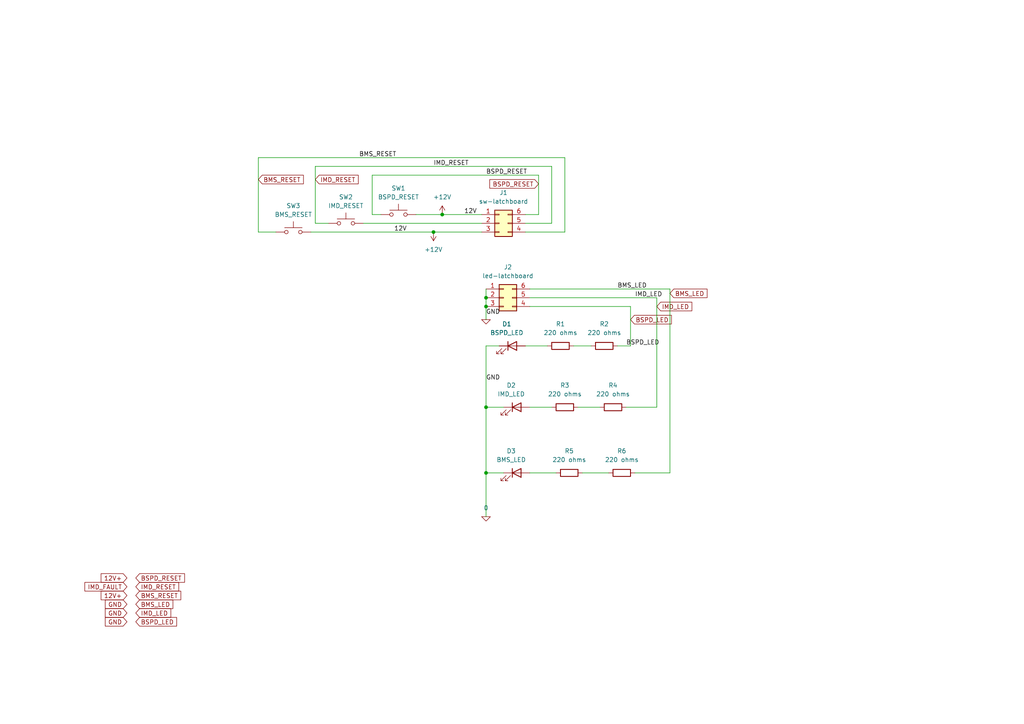
<source format=kicad_sch>
(kicad_sch
	(version 20250114)
	(generator "eeschema")
	(generator_version "9.0")
	(uuid "b535b0b4-0031-42de-829b-d7c94fb4cb2e")
	(paper "A4")
	(lib_symbols
		(symbol "Connector_Generic:Conn_02x03_Counter_Clockwise"
			(pin_names
				(offset 1.016)
				(hide yes)
			)
			(exclude_from_sim no)
			(in_bom yes)
			(on_board yes)
			(property "Reference" "J"
				(at 1.27 5.08 0)
				(effects
					(font
						(size 1.27 1.27)
					)
				)
			)
			(property "Value" "Conn_02x03_Counter_Clockwise"
				(at 1.27 -5.08 0)
				(effects
					(font
						(size 1.27 1.27)
					)
				)
			)
			(property "Footprint" ""
				(at 0 0 0)
				(effects
					(font
						(size 1.27 1.27)
					)
					(hide yes)
				)
			)
			(property "Datasheet" "~"
				(at 0 0 0)
				(effects
					(font
						(size 1.27 1.27)
					)
					(hide yes)
				)
			)
			(property "Description" "Generic connector, double row, 02x03, counter clockwise pin numbering scheme (similar to DIP package numbering), script generated (kicad-library-utils/schlib/autogen/connector/)"
				(at 0 0 0)
				(effects
					(font
						(size 1.27 1.27)
					)
					(hide yes)
				)
			)
			(property "ki_keywords" "connector"
				(at 0 0 0)
				(effects
					(font
						(size 1.27 1.27)
					)
					(hide yes)
				)
			)
			(property "ki_fp_filters" "Connector*:*_2x??_*"
				(at 0 0 0)
				(effects
					(font
						(size 1.27 1.27)
					)
					(hide yes)
				)
			)
			(symbol "Conn_02x03_Counter_Clockwise_1_1"
				(rectangle
					(start -1.27 3.81)
					(end 3.81 -3.81)
					(stroke
						(width 0.254)
						(type default)
					)
					(fill
						(type background)
					)
				)
				(rectangle
					(start -1.27 2.667)
					(end 0 2.413)
					(stroke
						(width 0.1524)
						(type default)
					)
					(fill
						(type none)
					)
				)
				(rectangle
					(start -1.27 0.127)
					(end 0 -0.127)
					(stroke
						(width 0.1524)
						(type default)
					)
					(fill
						(type none)
					)
				)
				(rectangle
					(start -1.27 -2.413)
					(end 0 -2.667)
					(stroke
						(width 0.1524)
						(type default)
					)
					(fill
						(type none)
					)
				)
				(rectangle
					(start 3.81 2.667)
					(end 2.54 2.413)
					(stroke
						(width 0.1524)
						(type default)
					)
					(fill
						(type none)
					)
				)
				(rectangle
					(start 3.81 0.127)
					(end 2.54 -0.127)
					(stroke
						(width 0.1524)
						(type default)
					)
					(fill
						(type none)
					)
				)
				(rectangle
					(start 3.81 -2.413)
					(end 2.54 -2.667)
					(stroke
						(width 0.1524)
						(type default)
					)
					(fill
						(type none)
					)
				)
				(pin passive line
					(at -5.08 2.54 0)
					(length 3.81)
					(name "Pin_1"
						(effects
							(font
								(size 1.27 1.27)
							)
						)
					)
					(number "1"
						(effects
							(font
								(size 1.27 1.27)
							)
						)
					)
				)
				(pin passive line
					(at -5.08 0 0)
					(length 3.81)
					(name "Pin_2"
						(effects
							(font
								(size 1.27 1.27)
							)
						)
					)
					(number "2"
						(effects
							(font
								(size 1.27 1.27)
							)
						)
					)
				)
				(pin passive line
					(at -5.08 -2.54 0)
					(length 3.81)
					(name "Pin_3"
						(effects
							(font
								(size 1.27 1.27)
							)
						)
					)
					(number "3"
						(effects
							(font
								(size 1.27 1.27)
							)
						)
					)
				)
				(pin passive line
					(at 7.62 2.54 180)
					(length 3.81)
					(name "Pin_6"
						(effects
							(font
								(size 1.27 1.27)
							)
						)
					)
					(number "6"
						(effects
							(font
								(size 1.27 1.27)
							)
						)
					)
				)
				(pin passive line
					(at 7.62 0 180)
					(length 3.81)
					(name "Pin_5"
						(effects
							(font
								(size 1.27 1.27)
							)
						)
					)
					(number "5"
						(effects
							(font
								(size 1.27 1.27)
							)
						)
					)
				)
				(pin passive line
					(at 7.62 -2.54 180)
					(length 3.81)
					(name "Pin_4"
						(effects
							(font
								(size 1.27 1.27)
							)
						)
					)
					(number "4"
						(effects
							(font
								(size 1.27 1.27)
							)
						)
					)
				)
			)
			(embedded_fonts no)
		)
		(symbol "Device:LED"
			(pin_numbers
				(hide yes)
			)
			(pin_names
				(offset 1.016)
				(hide yes)
			)
			(exclude_from_sim no)
			(in_bom yes)
			(on_board yes)
			(property "Reference" "D"
				(at 0 2.54 0)
				(effects
					(font
						(size 1.27 1.27)
					)
				)
			)
			(property "Value" "LED"
				(at 0 -2.54 0)
				(effects
					(font
						(size 1.27 1.27)
					)
				)
			)
			(property "Footprint" ""
				(at 0 0 0)
				(effects
					(font
						(size 1.27 1.27)
					)
					(hide yes)
				)
			)
			(property "Datasheet" "~"
				(at 0 0 0)
				(effects
					(font
						(size 1.27 1.27)
					)
					(hide yes)
				)
			)
			(property "Description" "Light emitting diode"
				(at 0 0 0)
				(effects
					(font
						(size 1.27 1.27)
					)
					(hide yes)
				)
			)
			(property "Sim.Pins" "1=K 2=A"
				(at 0 0 0)
				(effects
					(font
						(size 1.27 1.27)
					)
					(hide yes)
				)
			)
			(property "ki_keywords" "LED diode"
				(at 0 0 0)
				(effects
					(font
						(size 1.27 1.27)
					)
					(hide yes)
				)
			)
			(property "ki_fp_filters" "LED* LED_SMD:* LED_THT:*"
				(at 0 0 0)
				(effects
					(font
						(size 1.27 1.27)
					)
					(hide yes)
				)
			)
			(symbol "LED_0_1"
				(polyline
					(pts
						(xy -3.048 -0.762) (xy -4.572 -2.286) (xy -3.81 -2.286) (xy -4.572 -2.286) (xy -4.572 -1.524)
					)
					(stroke
						(width 0)
						(type default)
					)
					(fill
						(type none)
					)
				)
				(polyline
					(pts
						(xy -1.778 -0.762) (xy -3.302 -2.286) (xy -2.54 -2.286) (xy -3.302 -2.286) (xy -3.302 -1.524)
					)
					(stroke
						(width 0)
						(type default)
					)
					(fill
						(type none)
					)
				)
				(polyline
					(pts
						(xy -1.27 0) (xy 1.27 0)
					)
					(stroke
						(width 0)
						(type default)
					)
					(fill
						(type none)
					)
				)
				(polyline
					(pts
						(xy -1.27 -1.27) (xy -1.27 1.27)
					)
					(stroke
						(width 0.254)
						(type default)
					)
					(fill
						(type none)
					)
				)
				(polyline
					(pts
						(xy 1.27 -1.27) (xy 1.27 1.27) (xy -1.27 0) (xy 1.27 -1.27)
					)
					(stroke
						(width 0.254)
						(type default)
					)
					(fill
						(type none)
					)
				)
			)
			(symbol "LED_1_1"
				(pin passive line
					(at -3.81 0 0)
					(length 2.54)
					(name "K"
						(effects
							(font
								(size 1.27 1.27)
							)
						)
					)
					(number "1"
						(effects
							(font
								(size 1.27 1.27)
							)
						)
					)
				)
				(pin passive line
					(at 3.81 0 180)
					(length 2.54)
					(name "A"
						(effects
							(font
								(size 1.27 1.27)
							)
						)
					)
					(number "2"
						(effects
							(font
								(size 1.27 1.27)
							)
						)
					)
				)
			)
			(embedded_fonts no)
		)
		(symbol "Device:R"
			(pin_numbers
				(hide yes)
			)
			(pin_names
				(offset 0)
			)
			(exclude_from_sim no)
			(in_bom yes)
			(on_board yes)
			(property "Reference" "R"
				(at 2.032 0 90)
				(effects
					(font
						(size 1.27 1.27)
					)
				)
			)
			(property "Value" "R"
				(at 0 0 90)
				(effects
					(font
						(size 1.27 1.27)
					)
				)
			)
			(property "Footprint" ""
				(at -1.778 0 90)
				(effects
					(font
						(size 1.27 1.27)
					)
					(hide yes)
				)
			)
			(property "Datasheet" "~"
				(at 0 0 0)
				(effects
					(font
						(size 1.27 1.27)
					)
					(hide yes)
				)
			)
			(property "Description" "Resistor"
				(at 0 0 0)
				(effects
					(font
						(size 1.27 1.27)
					)
					(hide yes)
				)
			)
			(property "ki_keywords" "R res resistor"
				(at 0 0 0)
				(effects
					(font
						(size 1.27 1.27)
					)
					(hide yes)
				)
			)
			(property "ki_fp_filters" "R_*"
				(at 0 0 0)
				(effects
					(font
						(size 1.27 1.27)
					)
					(hide yes)
				)
			)
			(symbol "R_0_1"
				(rectangle
					(start -1.016 -2.54)
					(end 1.016 2.54)
					(stroke
						(width 0.254)
						(type default)
					)
					(fill
						(type none)
					)
				)
			)
			(symbol "R_1_1"
				(pin passive line
					(at 0 3.81 270)
					(length 1.27)
					(name "~"
						(effects
							(font
								(size 1.27 1.27)
							)
						)
					)
					(number "1"
						(effects
							(font
								(size 1.27 1.27)
							)
						)
					)
				)
				(pin passive line
					(at 0 -3.81 90)
					(length 1.27)
					(name "~"
						(effects
							(font
								(size 1.27 1.27)
							)
						)
					)
					(number "2"
						(effects
							(font
								(size 1.27 1.27)
							)
						)
					)
				)
			)
			(embedded_fonts no)
		)
		(symbol "Simulation_SPICE:0"
			(power)
			(pin_numbers
				(hide yes)
			)
			(pin_names
				(offset 0)
				(hide yes)
			)
			(exclude_from_sim no)
			(in_bom yes)
			(on_board yes)
			(property "Reference" "#GND"
				(at 0 -5.08 0)
				(effects
					(font
						(size 1.27 1.27)
					)
					(hide yes)
				)
			)
			(property "Value" "0"
				(at 0 -2.54 0)
				(effects
					(font
						(size 1.27 1.27)
					)
				)
			)
			(property "Footprint" ""
				(at 0 0 0)
				(effects
					(font
						(size 1.27 1.27)
					)
					(hide yes)
				)
			)
			(property "Datasheet" "https://ngspice.sourceforge.io/docs/ngspice-html-manual/manual.xhtml#subsec_Circuit_elements__device"
				(at 0 -10.16 0)
				(effects
					(font
						(size 1.27 1.27)
					)
					(hide yes)
				)
			)
			(property "Description" "0V reference potential for simulation"
				(at 0 -7.62 0)
				(effects
					(font
						(size 1.27 1.27)
					)
					(hide yes)
				)
			)
			(property "ki_keywords" "simulation"
				(at 0 0 0)
				(effects
					(font
						(size 1.27 1.27)
					)
					(hide yes)
				)
			)
			(symbol "0_0_1"
				(polyline
					(pts
						(xy -1.27 0) (xy 0 -1.27) (xy 1.27 0) (xy -1.27 0)
					)
					(stroke
						(width 0)
						(type default)
					)
					(fill
						(type none)
					)
				)
			)
			(symbol "0_1_1"
				(pin power_in line
					(at 0 0 0)
					(length 0)
					(name "~"
						(effects
							(font
								(size 1.016 1.016)
							)
						)
					)
					(number "1"
						(effects
							(font
								(size 1.016 1.016)
							)
						)
					)
				)
			)
			(embedded_fonts no)
		)
		(symbol "Switch:SW_Push"
			(pin_numbers
				(hide yes)
			)
			(pin_names
				(offset 1.016)
				(hide yes)
			)
			(exclude_from_sim no)
			(in_bom yes)
			(on_board yes)
			(property "Reference" "SW"
				(at 1.27 2.54 0)
				(effects
					(font
						(size 1.27 1.27)
					)
					(justify left)
				)
			)
			(property "Value" "SW_Push"
				(at 0 -1.524 0)
				(effects
					(font
						(size 1.27 1.27)
					)
				)
			)
			(property "Footprint" ""
				(at 0 5.08 0)
				(effects
					(font
						(size 1.27 1.27)
					)
					(hide yes)
				)
			)
			(property "Datasheet" "~"
				(at 0 5.08 0)
				(effects
					(font
						(size 1.27 1.27)
					)
					(hide yes)
				)
			)
			(property "Description" "Push button switch, generic, two pins"
				(at 0 0 0)
				(effects
					(font
						(size 1.27 1.27)
					)
					(hide yes)
				)
			)
			(property "ki_keywords" "switch normally-open pushbutton push-button"
				(at 0 0 0)
				(effects
					(font
						(size 1.27 1.27)
					)
					(hide yes)
				)
			)
			(symbol "SW_Push_0_1"
				(circle
					(center -2.032 0)
					(radius 0.508)
					(stroke
						(width 0)
						(type default)
					)
					(fill
						(type none)
					)
				)
				(polyline
					(pts
						(xy 0 1.27) (xy 0 3.048)
					)
					(stroke
						(width 0)
						(type default)
					)
					(fill
						(type none)
					)
				)
				(circle
					(center 2.032 0)
					(radius 0.508)
					(stroke
						(width 0)
						(type default)
					)
					(fill
						(type none)
					)
				)
				(polyline
					(pts
						(xy 2.54 1.27) (xy -2.54 1.27)
					)
					(stroke
						(width 0)
						(type default)
					)
					(fill
						(type none)
					)
				)
				(pin passive line
					(at -5.08 0 0)
					(length 2.54)
					(name "1"
						(effects
							(font
								(size 1.27 1.27)
							)
						)
					)
					(number "1"
						(effects
							(font
								(size 1.27 1.27)
							)
						)
					)
				)
				(pin passive line
					(at 5.08 0 180)
					(length 2.54)
					(name "2"
						(effects
							(font
								(size 1.27 1.27)
							)
						)
					)
					(number "2"
						(effects
							(font
								(size 1.27 1.27)
							)
						)
					)
				)
			)
			(embedded_fonts no)
		)
		(symbol "power:+12V"
			(power)
			(pin_numbers
				(hide yes)
			)
			(pin_names
				(offset 0)
				(hide yes)
			)
			(exclude_from_sim no)
			(in_bom yes)
			(on_board yes)
			(property "Reference" "#PWR"
				(at 0 -3.81 0)
				(effects
					(font
						(size 1.27 1.27)
					)
					(hide yes)
				)
			)
			(property "Value" "+12V"
				(at 0 3.556 0)
				(effects
					(font
						(size 1.27 1.27)
					)
				)
			)
			(property "Footprint" ""
				(at 0 0 0)
				(effects
					(font
						(size 1.27 1.27)
					)
					(hide yes)
				)
			)
			(property "Datasheet" ""
				(at 0 0 0)
				(effects
					(font
						(size 1.27 1.27)
					)
					(hide yes)
				)
			)
			(property "Description" "Power symbol creates a global label with name \"+12V\""
				(at 0 0 0)
				(effects
					(font
						(size 1.27 1.27)
					)
					(hide yes)
				)
			)
			(property "ki_keywords" "global power"
				(at 0 0 0)
				(effects
					(font
						(size 1.27 1.27)
					)
					(hide yes)
				)
			)
			(symbol "+12V_0_1"
				(polyline
					(pts
						(xy -0.762 1.27) (xy 0 2.54)
					)
					(stroke
						(width 0)
						(type default)
					)
					(fill
						(type none)
					)
				)
				(polyline
					(pts
						(xy 0 2.54) (xy 0.762 1.27)
					)
					(stroke
						(width 0)
						(type default)
					)
					(fill
						(type none)
					)
				)
				(polyline
					(pts
						(xy 0 0) (xy 0 2.54)
					)
					(stroke
						(width 0)
						(type default)
					)
					(fill
						(type none)
					)
				)
			)
			(symbol "+12V_1_1"
				(pin power_in line
					(at 0 0 90)
					(length 0)
					(name "~"
						(effects
							(font
								(size 1.27 1.27)
							)
						)
					)
					(number "1"
						(effects
							(font
								(size 1.27 1.27)
							)
						)
					)
				)
			)
			(embedded_fonts no)
		)
	)
	(junction
		(at 140.97 86.36)
		(diameter 0)
		(color 0 0 0 0)
		(uuid "378d3cdc-2d1e-4200-bfaa-b8620bb7d958")
	)
	(junction
		(at 140.97 118.11)
		(diameter 0)
		(color 0 0 0 0)
		(uuid "6b0f0abe-1c46-4014-ad96-53ce30802a8a")
	)
	(junction
		(at 125.73 67.31)
		(diameter 0)
		(color 0 0 0 0)
		(uuid "967d17a7-77ff-45de-b6fe-47f644be0c7d")
	)
	(junction
		(at 128.27 62.23)
		(diameter 0)
		(color 0 0 0 0)
		(uuid "bbad1982-4b8c-485b-8ea2-b01d6d2ceb52")
	)
	(junction
		(at 140.97 137.16)
		(diameter 0)
		(color 0 0 0 0)
		(uuid "ce5fef1c-d8d2-48de-9173-7342d28dd0aa")
	)
	(junction
		(at 140.97 88.9)
		(diameter 0)
		(color 0 0 0 0)
		(uuid "e7f7f2a3-0ed9-49b2-80f4-ad4e8240d29e")
	)
	(wire
		(pts
			(xy 173.99 118.11) (xy 167.64 118.11)
		)
		(stroke
			(width 0)
			(type default)
		)
		(uuid "03010357-f3b3-4264-9e9e-5f2779be6799")
	)
	(wire
		(pts
			(xy 107.95 62.23) (xy 107.95 50.8)
		)
		(stroke
			(width 0)
			(type default)
		)
		(uuid "061d23fb-35c5-4d97-8cca-34fb1351536a")
	)
	(wire
		(pts
			(xy 156.21 50.8) (xy 156.21 62.23)
		)
		(stroke
			(width 0)
			(type default)
		)
		(uuid "0c938f49-9432-4b02-8d48-cc658d41903c")
	)
	(wire
		(pts
			(xy 140.97 88.9) (xy 140.97 92.71)
		)
		(stroke
			(width 0)
			(type default)
		)
		(uuid "0d1de85d-838b-4d32-9422-5bb60ebf12f8")
	)
	(wire
		(pts
			(xy 105.41 64.77) (xy 139.7 64.77)
		)
		(stroke
			(width 0)
			(type default)
		)
		(uuid "170b8ee7-0cbd-4e1d-86c7-6f0d1e0e0ae1")
	)
	(wire
		(pts
			(xy 160.02 48.26) (xy 160.02 64.77)
		)
		(stroke
			(width 0)
			(type default)
		)
		(uuid "1af57378-6aaa-4927-bc78-9a11b46d5de2")
	)
	(wire
		(pts
			(xy 140.97 137.16) (xy 146.05 137.16)
		)
		(stroke
			(width 0)
			(type default)
		)
		(uuid "233ff0b3-2a11-4395-b30b-0a22ece45bb6")
	)
	(wire
		(pts
			(xy 194.31 137.16) (xy 194.31 83.82)
		)
		(stroke
			(width 0)
			(type default)
		)
		(uuid "343a2bdf-7cf5-40c9-bc5b-c1e2b0791599")
	)
	(wire
		(pts
			(xy 107.95 50.8) (xy 156.21 50.8)
		)
		(stroke
			(width 0)
			(type default)
		)
		(uuid "35b3a098-e7a3-4c5e-a1fe-cc17e0f54a1f")
	)
	(wire
		(pts
			(xy 125.73 67.31) (xy 139.7 67.31)
		)
		(stroke
			(width 0)
			(type default)
		)
		(uuid "444b308e-9a7a-4a82-8606-5b75eab69c70")
	)
	(wire
		(pts
			(xy 184.15 137.16) (xy 194.31 137.16)
		)
		(stroke
			(width 0)
			(type default)
		)
		(uuid "50e67751-b6cd-4282-810a-3b5fb4d119a8")
	)
	(wire
		(pts
			(xy 91.44 48.26) (xy 160.02 48.26)
		)
		(stroke
			(width 0)
			(type default)
		)
		(uuid "5d7857ff-774b-4458-a3cd-616839b47df7")
	)
	(wire
		(pts
			(xy 190.5 118.11) (xy 190.5 86.36)
		)
		(stroke
			(width 0)
			(type default)
		)
		(uuid "62040888-ef90-40eb-ab05-cbb43ec482df")
	)
	(wire
		(pts
			(xy 91.44 64.77) (xy 91.44 48.26)
		)
		(stroke
			(width 0)
			(type default)
		)
		(uuid "79557536-2c40-4393-a117-3d629ac34f79")
	)
	(wire
		(pts
			(xy 182.88 88.9) (xy 153.67 88.9)
		)
		(stroke
			(width 0)
			(type default)
		)
		(uuid "7b5aa32b-e466-476b-9cb9-b18fd238642f")
	)
	(wire
		(pts
			(xy 161.29 137.16) (xy 153.67 137.16)
		)
		(stroke
			(width 0)
			(type default)
		)
		(uuid "82018eb7-3d41-4b0e-92b0-e6797c719891")
	)
	(wire
		(pts
			(xy 140.97 118.11) (xy 140.97 137.16)
		)
		(stroke
			(width 0)
			(type default)
		)
		(uuid "823af871-6ab0-44ed-bcee-5f335190f1da")
	)
	(wire
		(pts
			(xy 190.5 86.36) (xy 153.67 86.36)
		)
		(stroke
			(width 0)
			(type default)
		)
		(uuid "8c10cd3c-e669-4c5c-8144-3174c606d1f2")
	)
	(wire
		(pts
			(xy 181.61 118.11) (xy 190.5 118.11)
		)
		(stroke
			(width 0)
			(type default)
		)
		(uuid "8e570c92-5d77-4dd9-a24e-0e7c96cd452f")
	)
	(wire
		(pts
			(xy 163.83 45.72) (xy 163.83 67.31)
		)
		(stroke
			(width 0)
			(type default)
		)
		(uuid "905ccd9b-12b3-4beb-9980-a25361a6b72a")
	)
	(wire
		(pts
			(xy 110.49 62.23) (xy 107.95 62.23)
		)
		(stroke
			(width 0)
			(type default)
		)
		(uuid "91f08c5c-eb77-4148-b83a-50d5e8b3b2d8")
	)
	(wire
		(pts
			(xy 74.93 67.31) (xy 74.93 45.72)
		)
		(stroke
			(width 0)
			(type default)
		)
		(uuid "9e214f37-2845-445c-b22a-87998fe9b89d")
	)
	(wire
		(pts
			(xy 140.97 100.33) (xy 140.97 118.11)
		)
		(stroke
			(width 0)
			(type default)
		)
		(uuid "a0d8b761-ec9f-4c3a-a354-4830ef23a999")
	)
	(wire
		(pts
			(xy 140.97 86.36) (xy 140.97 88.9)
		)
		(stroke
			(width 0)
			(type default)
		)
		(uuid "a18e133a-8b53-44fd-906b-dd58f562df58")
	)
	(wire
		(pts
			(xy 163.83 67.31) (xy 152.4 67.31)
		)
		(stroke
			(width 0)
			(type default)
		)
		(uuid "a2d26ce5-2564-49c5-b09d-ea319a040000")
	)
	(wire
		(pts
			(xy 74.93 45.72) (xy 163.83 45.72)
		)
		(stroke
			(width 0)
			(type default)
		)
		(uuid "a951025e-8e8d-4a4b-bcc7-dd963219d1b8")
	)
	(wire
		(pts
			(xy 90.17 67.31) (xy 125.73 67.31)
		)
		(stroke
			(width 0)
			(type default)
		)
		(uuid "aa8a34b0-0943-4f0f-84d4-1d80fbbd0854")
	)
	(wire
		(pts
			(xy 194.31 83.82) (xy 153.67 83.82)
		)
		(stroke
			(width 0)
			(type default)
		)
		(uuid "aed1daba-e304-4d86-899d-9500a2e699a8")
	)
	(wire
		(pts
			(xy 179.07 100.33) (xy 182.88 100.33)
		)
		(stroke
			(width 0)
			(type default)
		)
		(uuid "b1a43eb7-584d-43f2-b5ef-2da102603dce")
	)
	(wire
		(pts
			(xy 156.21 62.23) (xy 152.4 62.23)
		)
		(stroke
			(width 0)
			(type default)
		)
		(uuid "b273cee2-2e49-4c3a-8091-33dbe72d1cf6")
	)
	(wire
		(pts
			(xy 128.27 62.23) (xy 120.65 62.23)
		)
		(stroke
			(width 0)
			(type default)
		)
		(uuid "b5209033-c39e-4b91-8153-354aa2ac1855")
	)
	(wire
		(pts
			(xy 152.4 100.33) (xy 158.75 100.33)
		)
		(stroke
			(width 0)
			(type default)
		)
		(uuid "b94dfe37-eca3-483d-a195-5b7a1d3726cf")
	)
	(wire
		(pts
			(xy 160.02 64.77) (xy 152.4 64.77)
		)
		(stroke
			(width 0)
			(type default)
		)
		(uuid "ba88ded4-1c3e-4cf3-b6f5-f06e298a426a")
	)
	(wire
		(pts
			(xy 139.7 62.23) (xy 128.27 62.23)
		)
		(stroke
			(width 0)
			(type default)
		)
		(uuid "bbc073db-886d-411f-afbd-e55519a7dbb1")
	)
	(wire
		(pts
			(xy 140.97 137.16) (xy 140.97 149.86)
		)
		(stroke
			(width 0)
			(type default)
		)
		(uuid "c010ff8e-0b03-4d8e-ab03-62c933e99750")
	)
	(wire
		(pts
			(xy 80.01 67.31) (xy 74.93 67.31)
		)
		(stroke
			(width 0)
			(type default)
		)
		(uuid "cdfcd2c9-0a1a-4a95-807c-e7e91f3ac3c1")
	)
	(wire
		(pts
			(xy 140.97 118.11) (xy 146.05 118.11)
		)
		(stroke
			(width 0)
			(type default)
		)
		(uuid "cfbc075e-fff2-41b8-9feb-9a87be82d3fc")
	)
	(wire
		(pts
			(xy 95.25 64.77) (xy 91.44 64.77)
		)
		(stroke
			(width 0)
			(type default)
		)
		(uuid "d47d1a40-5523-4d2c-8ac0-9633508b7b24")
	)
	(wire
		(pts
			(xy 176.53 137.16) (xy 168.91 137.16)
		)
		(stroke
			(width 0)
			(type default)
		)
		(uuid "ecc4f094-82ad-4e48-82ce-c9402f7f6f45")
	)
	(wire
		(pts
			(xy 160.02 118.11) (xy 153.67 118.11)
		)
		(stroke
			(width 0)
			(type default)
		)
		(uuid "f14dab91-8165-45e3-ac32-9ca791cdd107")
	)
	(wire
		(pts
			(xy 166.37 100.33) (xy 171.45 100.33)
		)
		(stroke
			(width 0)
			(type default)
		)
		(uuid "f1eeccc9-79ba-4a1e-8a2c-1c6057570e91")
	)
	(wire
		(pts
			(xy 182.88 100.33) (xy 182.88 88.9)
		)
		(stroke
			(width 0)
			(type default)
		)
		(uuid "f1fffbab-df74-4236-8334-0c50855b18b0")
	)
	(wire
		(pts
			(xy 140.97 83.82) (xy 140.97 86.36)
		)
		(stroke
			(width 0)
			(type default)
		)
		(uuid "f2c7bfee-6e3c-4cab-b0ca-3ed169dd29e0")
	)
	(wire
		(pts
			(xy 144.78 100.33) (xy 140.97 100.33)
		)
		(stroke
			(width 0)
			(type default)
		)
		(uuid "f6ae5a08-f1b4-4c58-bb03-846019d4aa4b")
	)
	(label "12V"
		(at 114.3 67.31 0)
		(effects
			(font
				(size 1.27 1.27)
			)
			(justify left bottom)
		)
		(uuid "0830a983-5ee2-467d-a772-fb231331bc62")
	)
	(label "GND"
		(at 140.97 91.44 0)
		(effects
			(font
				(size 1.27 1.27)
			)
			(justify left bottom)
		)
		(uuid "2a148132-96a7-4f64-9db8-8cc9262cf45e")
	)
	(label "IMD_RESET"
		(at 125.73 48.26 0)
		(effects
			(font
				(size 1.27 1.27)
			)
			(justify left bottom)
		)
		(uuid "2e21abd8-3c59-4f4b-829f-f63d28eb85d2")
	)
	(label "BSPD_LED"
		(at 181.61 100.33 0)
		(effects
			(font
				(size 1.27 1.27)
			)
			(justify left bottom)
		)
		(uuid "6e1be063-dd3a-4fd6-aca6-119415fd1c79")
	)
	(label "BSPD_RESET"
		(at 140.97 50.8 0)
		(effects
			(font
				(size 1.27 1.27)
			)
			(justify left bottom)
		)
		(uuid "a04389d4-a053-4859-a79b-97630feacf78")
	)
	(label "12V"
		(at 134.62 62.23 0)
		(effects
			(font
				(size 1.27 1.27)
			)
			(justify left bottom)
		)
		(uuid "a52786f7-8635-4e23-9836-cc94f771062a")
	)
	(label "GND"
		(at 140.97 110.49 0)
		(effects
			(font
				(size 1.27 1.27)
			)
			(justify left bottom)
		)
		(uuid "b879f86b-f6b7-4a37-90f2-3c1e05ea253d")
	)
	(label "IMD_LED"
		(at 184.15 86.36 0)
		(effects
			(font
				(size 1.27 1.27)
			)
			(justify left bottom)
		)
		(uuid "e491d443-f2e8-4c3e-b7f7-35b02579ab45")
	)
	(label "BMS_LED"
		(at 179.07 83.82 0)
		(effects
			(font
				(size 1.27 1.27)
			)
			(justify left bottom)
		)
		(uuid "e6b7d14f-f42b-4791-95d4-a8868dc5ed25")
	)
	(label "BMS_RESET"
		(at 104.14 45.72 0)
		(effects
			(font
				(size 1.27 1.27)
			)
			(justify left bottom)
		)
		(uuid "f9bb6f05-282a-465e-a449-d81aa0ab00bb")
	)
	(global_label "BMS_RESET"
		(shape input)
		(at 74.93 52.07 0)
		(fields_autoplaced yes)
		(effects
			(font
				(size 1.27 1.27)
			)
			(justify left)
		)
		(uuid "1222febc-d400-4545-98ab-f5a7005e8547")
		(property "Intersheetrefs" "${INTERSHEET_REFS}"
			(at 88.5588 52.07 0)
			(effects
				(font
					(size 1.27 1.27)
				)
				(justify left)
				(hide yes)
			)
		)
	)
	(global_label "GND"
		(shape input)
		(at 36.83 175.26 180)
		(fields_autoplaced yes)
		(effects
			(font
				(size 1.27 1.27)
			)
			(justify right)
		)
		(uuid "17a4e856-7a91-47c6-88f2-6c7eb412089a")
		(property "Intersheetrefs" "${INTERSHEET_REFS}"
			(at 29.9743 175.26 0)
			(effects
				(font
					(size 1.27 1.27)
				)
				(justify right)
				(hide yes)
			)
		)
	)
	(global_label "IMD_LED"
		(shape input)
		(at 39.37 177.8 0)
		(fields_autoplaced yes)
		(effects
			(font
				(size 1.27 1.27)
			)
			(justify left)
		)
		(uuid "1ebbf30b-f5e4-4a6f-821d-012b2d7426a7")
		(property "Intersheetrefs" "${INTERSHEET_REFS}"
			(at 50.0961 177.8 0)
			(effects
				(font
					(size 1.27 1.27)
				)
				(justify left)
				(hide yes)
			)
		)
	)
	(global_label "IMD_RESET"
		(shape input)
		(at 91.44 52.07 0)
		(fields_autoplaced yes)
		(effects
			(font
				(size 1.27 1.27)
			)
			(justify left)
		)
		(uuid "37e0d4a2-2bbc-4a21-8dfd-10b01c8b5875")
		(property "Intersheetrefs" "${INTERSHEET_REFS}"
			(at 104.4641 52.07 0)
			(effects
				(font
					(size 1.27 1.27)
				)
				(justify left)
				(hide yes)
			)
		)
	)
	(global_label "GND"
		(shape input)
		(at 36.83 177.8 180)
		(fields_autoplaced yes)
		(effects
			(font
				(size 1.27 1.27)
			)
			(justify right)
		)
		(uuid "3dce25bc-4f4f-4fdd-95ef-591181ca2530")
		(property "Intersheetrefs" "${INTERSHEET_REFS}"
			(at 29.9743 177.8 0)
			(effects
				(font
					(size 1.27 1.27)
				)
				(justify right)
				(hide yes)
			)
		)
	)
	(global_label "12V+"
		(shape input)
		(at 36.83 167.64 180)
		(fields_autoplaced yes)
		(effects
			(font
				(size 1.27 1.27)
			)
			(justify right)
		)
		(uuid "40658439-b162-4059-81db-5f44b6941a43")
		(property "Intersheetrefs" "${INTERSHEET_REFS}"
			(at 28.7648 167.64 0)
			(effects
				(font
					(size 1.27 1.27)
				)
				(justify right)
				(hide yes)
			)
		)
	)
	(global_label "IMD_LED"
		(shape input)
		(at 190.5 88.9 0)
		(fields_autoplaced yes)
		(effects
			(font
				(size 1.27 1.27)
			)
			(justify left)
		)
		(uuid "514f42cc-a9a4-4bf7-9d3a-8944f869e6ea")
		(property "Intersheetrefs" "${INTERSHEET_REFS}"
			(at 201.2261 88.9 0)
			(effects
				(font
					(size 1.27 1.27)
				)
				(justify left)
				(hide yes)
			)
		)
	)
	(global_label "IMD_RESET"
		(shape input)
		(at 39.37 170.18 0)
		(fields_autoplaced yes)
		(effects
			(font
				(size 1.27 1.27)
			)
			(justify left)
		)
		(uuid "6c100cab-e18b-4adc-a4d8-84129d075894")
		(property "Intersheetrefs" "${INTERSHEET_REFS}"
			(at 52.3941 170.18 0)
			(effects
				(font
					(size 1.27 1.27)
				)
				(justify left)
				(hide yes)
			)
		)
	)
	(global_label "BMS_LED"
		(shape input)
		(at 39.37 175.26 0)
		(fields_autoplaced yes)
		(effects
			(font
				(size 1.27 1.27)
			)
			(justify left)
		)
		(uuid "6d898628-3a72-4bdf-875a-c55985ff31f2")
		(property "Intersheetrefs" "${INTERSHEET_REFS}"
			(at 50.7008 175.26 0)
			(effects
				(font
					(size 1.27 1.27)
				)
				(justify left)
				(hide yes)
			)
		)
	)
	(global_label "IMD_FAULT"
		(shape input)
		(at 36.83 170.18 180)
		(fields_autoplaced yes)
		(effects
			(font
				(size 1.27 1.27)
			)
			(justify right)
		)
		(uuid "7ad25597-7f58-49d4-a9e5-649fc0a8f6a7")
		(property "Intersheetrefs" "${INTERSHEET_REFS}"
			(at 24.0476 170.18 0)
			(effects
				(font
					(size 1.27 1.27)
				)
				(justify right)
				(hide yes)
			)
		)
	)
	(global_label "BSPD_LED"
		(shape input)
		(at 182.88 92.71 0)
		(fields_autoplaced yes)
		(effects
			(font
				(size 1.27 1.27)
			)
			(justify left)
		)
		(uuid "92214c51-182c-42ce-818e-7bfe52ab77e4")
		(property "Intersheetrefs" "${INTERSHEET_REFS}"
			(at 195.2994 92.71 0)
			(effects
				(font
					(size 1.27 1.27)
				)
				(justify left)
				(hide yes)
			)
		)
	)
	(global_label "GND"
		(shape input)
		(at 36.83 180.34 180)
		(fields_autoplaced yes)
		(effects
			(font
				(size 1.27 1.27)
			)
			(justify right)
		)
		(uuid "b11f30ae-8eb2-4ab0-8950-4a4743b5c417")
		(property "Intersheetrefs" "${INTERSHEET_REFS}"
			(at 29.9743 180.34 0)
			(effects
				(font
					(size 1.27 1.27)
				)
				(justify right)
				(hide yes)
			)
		)
	)
	(global_label "BSPD_RESET"
		(shape input)
		(at 39.37 167.64 0)
		(fields_autoplaced yes)
		(effects
			(font
				(size 1.27 1.27)
			)
			(justify left)
		)
		(uuid "b2274e90-828f-4616-a42e-121f64ccaa49")
		(property "Intersheetrefs" "${INTERSHEET_REFS}"
			(at 54.0874 167.64 0)
			(effects
				(font
					(size 1.27 1.27)
				)
				(justify left)
				(hide yes)
			)
		)
	)
	(global_label "BMS_LED"
		(shape input)
		(at 194.31 85.09 0)
		(fields_autoplaced yes)
		(effects
			(font
				(size 1.27 1.27)
			)
			(justify left)
		)
		(uuid "c4052991-abee-4a5e-b793-7d7aaf14b7ed")
		(property "Intersheetrefs" "${INTERSHEET_REFS}"
			(at 205.6408 85.09 0)
			(effects
				(font
					(size 1.27 1.27)
				)
				(justify left)
				(hide yes)
			)
		)
	)
	(global_label "BSPD_LED"
		(shape input)
		(at 39.37 180.34 0)
		(fields_autoplaced yes)
		(effects
			(font
				(size 1.27 1.27)
			)
			(justify left)
		)
		(uuid "ca12d718-de49-4ce6-8b9d-c90d93f4d99b")
		(property "Intersheetrefs" "${INTERSHEET_REFS}"
			(at 51.7894 180.34 0)
			(effects
				(font
					(size 1.27 1.27)
				)
				(justify left)
				(hide yes)
			)
		)
	)
	(global_label "BSPD_RESET"
		(shape input)
		(at 156.21 53.34 180)
		(fields_autoplaced yes)
		(effects
			(font
				(size 1.27 1.27)
			)
			(justify right)
		)
		(uuid "cdff1b42-4de5-463e-a3ca-4e6885b0dc15")
		(property "Intersheetrefs" "${INTERSHEET_REFS}"
			(at 141.4926 53.34 0)
			(effects
				(font
					(size 1.27 1.27)
				)
				(justify right)
				(hide yes)
			)
		)
	)
	(global_label "12V+"
		(shape input)
		(at 36.83 172.72 180)
		(fields_autoplaced yes)
		(effects
			(font
				(size 1.27 1.27)
			)
			(justify right)
		)
		(uuid "dd149472-6a7a-4e85-b5a0-5bd20919f6b4")
		(property "Intersheetrefs" "${INTERSHEET_REFS}"
			(at 28.7648 172.72 0)
			(effects
				(font
					(size 1.27 1.27)
				)
				(justify right)
				(hide yes)
			)
		)
	)
	(global_label "BMS_RESET"
		(shape input)
		(at 39.37 172.72 0)
		(fields_autoplaced yes)
		(effects
			(font
				(size 1.27 1.27)
			)
			(justify left)
		)
		(uuid "f19c4760-b264-4093-a91b-9863465c64c9")
		(property "Intersheetrefs" "${INTERSHEET_REFS}"
			(at 52.9988 172.72 0)
			(effects
				(font
					(size 1.27 1.27)
				)
				(justify left)
				(hide yes)
			)
		)
	)
	(symbol
		(lib_id "Device:LED")
		(at 149.86 137.16 0)
		(unit 1)
		(exclude_from_sim no)
		(in_bom yes)
		(on_board yes)
		(dnp no)
		(fields_autoplaced yes)
		(uuid "1cbb4a68-b50d-4922-b344-747bd7033218")
		(property "Reference" "D3"
			(at 148.2725 130.81 0)
			(effects
				(font
					(size 1.27 1.27)
				)
			)
		)
		(property "Value" "BMS_LED"
			(at 148.2725 133.35 0)
			(effects
				(font
					(size 1.27 1.27)
				)
			)
		)
		(property "Footprint" "LED_THT:LED_D5.0mm"
			(at 149.86 137.16 0)
			(effects
				(font
					(size 1.27 1.27)
				)
				(hide yes)
			)
		)
		(property "Datasheet" "~"
			(at 149.86 137.16 0)
			(effects
				(font
					(size 1.27 1.27)
				)
				(hide yes)
			)
		)
		(property "Description" "Light emitting diode"
			(at 149.86 137.16 0)
			(effects
				(font
					(size 1.27 1.27)
				)
				(hide yes)
			)
		)
		(property "Sim.Pins" "1=K 2=A"
			(at 149.86 137.16 0)
			(effects
				(font
					(size 1.27 1.27)
				)
				(hide yes)
			)
		)
		(pin "2"
			(uuid "f793e49c-5b9b-46f2-8957-6ae83879e4eb")
		)
		(pin "1"
			(uuid "0482f1e3-bcf3-40e5-aaea-48940487723d")
		)
		(instances
			(project "Hi_board_bbc"
				(path "/b535b0b4-0031-42de-829b-d7c94fb4cb2e"
					(reference "D3")
					(unit 1)
				)
			)
		)
	)
	(symbol
		(lib_id "Device:R")
		(at 162.56 100.33 270)
		(unit 1)
		(exclude_from_sim no)
		(in_bom yes)
		(on_board yes)
		(dnp no)
		(fields_autoplaced yes)
		(uuid "1dcd00f4-e739-4ab2-b00c-f51dbe76e0bd")
		(property "Reference" "R1"
			(at 162.56 93.98 90)
			(effects
				(font
					(size 1.27 1.27)
				)
			)
		)
		(property "Value" "220 ohms"
			(at 162.56 96.52 90)
			(effects
				(font
					(size 1.27 1.27)
				)
			)
		)
		(property "Footprint" "Resistor_THT:R_Axial_DIN0207_L6.3mm_D2.5mm_P10.16mm_Horizontal"
			(at 162.56 98.552 90)
			(effects
				(font
					(size 1.27 1.27)
				)
				(hide yes)
			)
		)
		(property "Datasheet" "~"
			(at 162.56 100.33 0)
			(effects
				(font
					(size 1.27 1.27)
				)
				(hide yes)
			)
		)
		(property "Description" "Resistor"
			(at 162.56 100.33 0)
			(effects
				(font
					(size 1.27 1.27)
				)
				(hide yes)
			)
		)
		(pin "1"
			(uuid "8a489381-b487-4e0c-96ee-5182c80135de")
		)
		(pin "2"
			(uuid "94fa0fcd-5f48-4335-ae4c-bd3cee06bc78")
		)
		(instances
			(project "Hi_board_bbc"
				(path "/b535b0b4-0031-42de-829b-d7c94fb4cb2e"
					(reference "R1")
					(unit 1)
				)
			)
		)
	)
	(symbol
		(lib_id "Device:R")
		(at 175.26 100.33 270)
		(unit 1)
		(exclude_from_sim no)
		(in_bom yes)
		(on_board yes)
		(dnp no)
		(fields_autoplaced yes)
		(uuid "38cf47e9-6d44-42c2-af26-cf97acc48e26")
		(property "Reference" "R2"
			(at 175.26 93.98 90)
			(effects
				(font
					(size 1.27 1.27)
				)
			)
		)
		(property "Value" "220 ohms"
			(at 175.26 96.52 90)
			(effects
				(font
					(size 1.27 1.27)
				)
			)
		)
		(property "Footprint" "Resistor_THT:R_Axial_DIN0207_L6.3mm_D2.5mm_P10.16mm_Horizontal"
			(at 175.26 98.552 90)
			(effects
				(font
					(size 1.27 1.27)
				)
				(hide yes)
			)
		)
		(property "Datasheet" "~"
			(at 175.26 100.33 0)
			(effects
				(font
					(size 1.27 1.27)
				)
				(hide yes)
			)
		)
		(property "Description" "Resistor"
			(at 175.26 100.33 0)
			(effects
				(font
					(size 1.27 1.27)
				)
				(hide yes)
			)
		)
		(pin "1"
			(uuid "be3b7bcf-1e34-46b2-939c-5461d48964d7")
		)
		(pin "2"
			(uuid "5d450e2a-359f-4162-b307-b354b2a406b3")
		)
		(instances
			(project "Hi_board_bbc"
				(path "/b535b0b4-0031-42de-829b-d7c94fb4cb2e"
					(reference "R2")
					(unit 1)
				)
			)
		)
	)
	(symbol
		(lib_id "Switch:SW_Push")
		(at 85.09 67.31 0)
		(unit 1)
		(exclude_from_sim no)
		(in_bom yes)
		(on_board yes)
		(dnp no)
		(fields_autoplaced yes)
		(uuid "4aebbd40-9775-4e25-84a8-793c8db16f0a")
		(property "Reference" "SW3"
			(at 85.09 59.69 0)
			(effects
				(font
					(size 1.27 1.27)
				)
			)
		)
		(property "Value" "BMS_RESET"
			(at 85.09 62.23 0)
			(effects
				(font
					(size 1.27 1.27)
				)
			)
		)
		(property "Footprint" "Button_Switch_THT:SW_PUSH_6mm"
			(at 85.09 62.23 0)
			(effects
				(font
					(size 1.27 1.27)
				)
				(hide yes)
			)
		)
		(property "Datasheet" "~"
			(at 85.09 62.23 0)
			(effects
				(font
					(size 1.27 1.27)
				)
				(hide yes)
			)
		)
		(property "Description" "Push button switch, generic, two pins"
			(at 85.09 67.31 0)
			(effects
				(font
					(size 1.27 1.27)
				)
				(hide yes)
			)
		)
		(pin "1"
			(uuid "17a68b43-687d-4c76-b2a9-1137feb74bc5")
		)
		(pin "2"
			(uuid "85a5b540-8136-4d25-97fb-1007a469203f")
		)
		(instances
			(project "Hi_board_bbc"
				(path "/b535b0b4-0031-42de-829b-d7c94fb4cb2e"
					(reference "SW3")
					(unit 1)
				)
			)
		)
	)
	(symbol
		(lib_id "Device:LED")
		(at 148.59 100.33 0)
		(unit 1)
		(exclude_from_sim no)
		(in_bom yes)
		(on_board yes)
		(dnp no)
		(fields_autoplaced yes)
		(uuid "4b6c6bb1-164f-4d49-8dfc-effee547f574")
		(property "Reference" "D1"
			(at 147.0025 93.98 0)
			(effects
				(font
					(size 1.27 1.27)
				)
			)
		)
		(property "Value" "BSPD_LED"
			(at 147.0025 96.52 0)
			(effects
				(font
					(size 1.27 1.27)
				)
			)
		)
		(property "Footprint" "LED_THT:LED_D5.0mm"
			(at 148.59 100.33 0)
			(effects
				(font
					(size 1.27 1.27)
				)
				(hide yes)
			)
		)
		(property "Datasheet" "~"
			(at 148.59 100.33 0)
			(effects
				(font
					(size 1.27 1.27)
				)
				(hide yes)
			)
		)
		(property "Description" "Light emitting diode"
			(at 148.59 100.33 0)
			(effects
				(font
					(size 1.27 1.27)
				)
				(hide yes)
			)
		)
		(property "Sim.Pins" "1=K 2=A"
			(at 148.59 100.33 0)
			(effects
				(font
					(size 1.27 1.27)
				)
				(hide yes)
			)
		)
		(pin "2"
			(uuid "adc84bec-879f-4c1b-956e-dc2db00914c1")
		)
		(pin "1"
			(uuid "9983a7d8-4f02-491e-b29f-48eaf1dfd7fa")
		)
		(instances
			(project "Hi_board_bbc"
				(path "/b535b0b4-0031-42de-829b-d7c94fb4cb2e"
					(reference "D1")
					(unit 1)
				)
			)
		)
	)
	(symbol
		(lib_id "Device:R")
		(at 165.1 137.16 270)
		(unit 1)
		(exclude_from_sim no)
		(in_bom yes)
		(on_board yes)
		(dnp no)
		(fields_autoplaced yes)
		(uuid "50b75262-45e5-4a2b-a6c5-27af6a4154fc")
		(property "Reference" "R5"
			(at 165.1 130.81 90)
			(effects
				(font
					(size 1.27 1.27)
				)
			)
		)
		(property "Value" "220 ohms"
			(at 165.1 133.35 90)
			(effects
				(font
					(size 1.27 1.27)
				)
			)
		)
		(property "Footprint" "Resistor_THT:R_Axial_DIN0207_L6.3mm_D2.5mm_P10.16mm_Horizontal"
			(at 165.1 135.382 90)
			(effects
				(font
					(size 1.27 1.27)
				)
				(hide yes)
			)
		)
		(property "Datasheet" "~"
			(at 165.1 137.16 0)
			(effects
				(font
					(size 1.27 1.27)
				)
				(hide yes)
			)
		)
		(property "Description" "Resistor"
			(at 165.1 137.16 0)
			(effects
				(font
					(size 1.27 1.27)
				)
				(hide yes)
			)
		)
		(pin "1"
			(uuid "6d71d7a1-1711-4ad7-8ea5-1d14a35617c2")
		)
		(pin "2"
			(uuid "6aef7880-60f5-45d5-a289-a11d005eaf32")
		)
		(instances
			(project "Hi_board_bbc"
				(path "/b535b0b4-0031-42de-829b-d7c94fb4cb2e"
					(reference "R5")
					(unit 1)
				)
			)
		)
	)
	(symbol
		(lib_id "Switch:SW_Push")
		(at 100.33 64.77 0)
		(unit 1)
		(exclude_from_sim no)
		(in_bom yes)
		(on_board yes)
		(dnp no)
		(fields_autoplaced yes)
		(uuid "6cd5be78-323e-4044-9d3b-b212f40e0a43")
		(property "Reference" "SW2"
			(at 100.33 57.15 0)
			(effects
				(font
					(size 1.27 1.27)
				)
			)
		)
		(property "Value" "IMD_RESET"
			(at 100.33 59.69 0)
			(effects
				(font
					(size 1.27 1.27)
				)
			)
		)
		(property "Footprint" "Button_Switch_THT:SW_PUSH_6mm"
			(at 100.33 59.69 0)
			(effects
				(font
					(size 1.27 1.27)
				)
				(hide yes)
			)
		)
		(property "Datasheet" "~"
			(at 100.33 59.69 0)
			(effects
				(font
					(size 1.27 1.27)
				)
				(hide yes)
			)
		)
		(property "Description" "Push button switch, generic, two pins"
			(at 100.33 64.77 0)
			(effects
				(font
					(size 1.27 1.27)
				)
				(hide yes)
			)
		)
		(pin "1"
			(uuid "b3780312-ea4c-4e45-a964-7c3219a9ebc0")
		)
		(pin "2"
			(uuid "6dcabdf2-47ba-47e6-9f74-dd7117e6c871")
		)
		(instances
			(project "Hi_board_bbc"
				(path "/b535b0b4-0031-42de-829b-d7c94fb4cb2e"
					(reference "SW2")
					(unit 1)
				)
			)
		)
	)
	(symbol
		(lib_id "Device:LED")
		(at 149.86 118.11 0)
		(unit 1)
		(exclude_from_sim no)
		(in_bom yes)
		(on_board yes)
		(dnp no)
		(fields_autoplaced yes)
		(uuid "847d99e4-ee46-49d2-871f-1d29837c417d")
		(property "Reference" "D2"
			(at 148.2725 111.76 0)
			(effects
				(font
					(size 1.27 1.27)
				)
			)
		)
		(property "Value" "IMD_LED"
			(at 148.2725 114.3 0)
			(effects
				(font
					(size 1.27 1.27)
				)
			)
		)
		(property "Footprint" "LED_THT:LED_D5.0mm"
			(at 149.86 118.11 0)
			(effects
				(font
					(size 1.27 1.27)
				)
				(hide yes)
			)
		)
		(property "Datasheet" "~"
			(at 149.86 118.11 0)
			(effects
				(font
					(size 1.27 1.27)
				)
				(hide yes)
			)
		)
		(property "Description" "Light emitting diode"
			(at 149.86 118.11 0)
			(effects
				(font
					(size 1.27 1.27)
				)
				(hide yes)
			)
		)
		(property "Sim.Pins" "1=K 2=A"
			(at 149.86 118.11 0)
			(effects
				(font
					(size 1.27 1.27)
				)
				(hide yes)
			)
		)
		(pin "2"
			(uuid "b8f030cb-7503-49eb-beae-cd6b045c591c")
		)
		(pin "1"
			(uuid "91ae0dd4-4fbc-420b-9d22-66fd3e785390")
		)
		(instances
			(project "Hi_board_bbc"
				(path "/b535b0b4-0031-42de-829b-d7c94fb4cb2e"
					(reference "D2")
					(unit 1)
				)
			)
		)
	)
	(symbol
		(lib_id "Simulation_SPICE:0")
		(at 140.97 92.71 0)
		(unit 1)
		(exclude_from_sim no)
		(in_bom yes)
		(on_board yes)
		(dnp no)
		(fields_autoplaced yes)
		(uuid "92b635ac-f9d1-4312-980d-027393951486")
		(property "Reference" "#GND01"
			(at 140.97 97.79 0)
			(effects
				(font
					(size 1.27 1.27)
				)
				(hide yes)
			)
		)
		(property "Value" "0"
			(at 140.97 90.17 0)
			(effects
				(font
					(size 1.27 1.27)
				)
				(hide yes)
			)
		)
		(property "Footprint" ""
			(at 140.97 92.71 0)
			(effects
				(font
					(size 1.27 1.27)
				)
				(hide yes)
			)
		)
		(property "Datasheet" "https://ngspice.sourceforge.io/docs/ngspice-html-manual/manual.xhtml#subsec_Circuit_elements__device"
			(at 140.97 102.87 0)
			(effects
				(font
					(size 1.27 1.27)
				)
				(hide yes)
			)
		)
		(property "Description" "0V reference potential for simulation"
			(at 140.97 100.33 0)
			(effects
				(font
					(size 1.27 1.27)
				)
				(hide yes)
			)
		)
		(pin "1"
			(uuid "93afc15d-4953-4f94-9962-d88f82d51b2a")
		)
		(instances
			(project "Hi_board_bbc"
				(path "/b535b0b4-0031-42de-829b-d7c94fb4cb2e"
					(reference "#GND01")
					(unit 1)
				)
			)
		)
	)
	(symbol
		(lib_id "power:+12V")
		(at 128.27 62.23 0)
		(unit 1)
		(exclude_from_sim no)
		(in_bom yes)
		(on_board yes)
		(dnp no)
		(fields_autoplaced yes)
		(uuid "ab66a4df-55ca-4788-b26f-2569c91cb97f")
		(property "Reference" "#PWR01"
			(at 128.27 66.04 0)
			(effects
				(font
					(size 1.27 1.27)
				)
				(hide yes)
			)
		)
		(property "Value" "+12V"
			(at 128.27 57.15 0)
			(effects
				(font
					(size 1.27 1.27)
				)
			)
		)
		(property "Footprint" ""
			(at 128.27 62.23 0)
			(effects
				(font
					(size 1.27 1.27)
				)
				(hide yes)
			)
		)
		(property "Datasheet" ""
			(at 128.27 62.23 0)
			(effects
				(font
					(size 1.27 1.27)
				)
				(hide yes)
			)
		)
		(property "Description" "Power symbol creates a global label with name \"+12V\""
			(at 128.27 62.23 0)
			(effects
				(font
					(size 1.27 1.27)
				)
				(hide yes)
			)
		)
		(pin "1"
			(uuid "88d18aa2-b0a6-4b66-82c8-d3f91d608440")
		)
		(instances
			(project ""
				(path "/b535b0b4-0031-42de-829b-d7c94fb4cb2e"
					(reference "#PWR01")
					(unit 1)
				)
			)
		)
	)
	(symbol
		(lib_id "Simulation_SPICE:0")
		(at 140.97 149.86 0)
		(unit 1)
		(exclude_from_sim no)
		(in_bom yes)
		(on_board yes)
		(dnp no)
		(fields_autoplaced yes)
		(uuid "aef08ae3-dd68-4c92-ae63-a6a9695f6574")
		(property "Reference" "#GND02"
			(at 140.97 154.94 0)
			(effects
				(font
					(size 1.27 1.27)
				)
				(hide yes)
			)
		)
		(property "Value" "0"
			(at 140.97 147.32 0)
			(effects
				(font
					(size 1.27 1.27)
				)
			)
		)
		(property "Footprint" ""
			(at 140.97 149.86 0)
			(effects
				(font
					(size 1.27 1.27)
				)
				(hide yes)
			)
		)
		(property "Datasheet" "https://ngspice.sourceforge.io/docs/ngspice-html-manual/manual.xhtml#subsec_Circuit_elements__device"
			(at 140.97 160.02 0)
			(effects
				(font
					(size 1.27 1.27)
				)
				(hide yes)
			)
		)
		(property "Description" "0V reference potential for simulation"
			(at 140.97 157.48 0)
			(effects
				(font
					(size 1.27 1.27)
				)
				(hide yes)
			)
		)
		(pin "1"
			(uuid "ac25297a-7be3-4c69-baee-7560f430ae23")
		)
		(instances
			(project ""
				(path "/b535b0b4-0031-42de-829b-d7c94fb4cb2e"
					(reference "#GND02")
					(unit 1)
				)
			)
		)
	)
	(symbol
		(lib_id "Device:R")
		(at 180.34 137.16 270)
		(unit 1)
		(exclude_from_sim no)
		(in_bom yes)
		(on_board yes)
		(dnp no)
		(fields_autoplaced yes)
		(uuid "b00b9972-ba68-45c7-9869-045cb56910c4")
		(property "Reference" "R6"
			(at 180.34 130.81 90)
			(effects
				(font
					(size 1.27 1.27)
				)
			)
		)
		(property "Value" "220 ohms"
			(at 180.34 133.35 90)
			(effects
				(font
					(size 1.27 1.27)
				)
			)
		)
		(property "Footprint" "Resistor_THT:R_Axial_DIN0207_L6.3mm_D2.5mm_P10.16mm_Horizontal"
			(at 180.34 135.382 90)
			(effects
				(font
					(size 1.27 1.27)
				)
				(hide yes)
			)
		)
		(property "Datasheet" "~"
			(at 180.34 137.16 0)
			(effects
				(font
					(size 1.27 1.27)
				)
				(hide yes)
			)
		)
		(property "Description" "Resistor"
			(at 180.34 137.16 0)
			(effects
				(font
					(size 1.27 1.27)
				)
				(hide yes)
			)
		)
		(pin "1"
			(uuid "250cddf2-cb1c-4e62-b7e3-2e70abb4c7ac")
		)
		(pin "2"
			(uuid "1f4c5976-b0db-4748-9f71-bcdee78451ff")
		)
		(instances
			(project "Hi_board_bbc"
				(path "/b535b0b4-0031-42de-829b-d7c94fb4cb2e"
					(reference "R6")
					(unit 1)
				)
			)
		)
	)
	(symbol
		(lib_id "Device:R")
		(at 177.8 118.11 270)
		(unit 1)
		(exclude_from_sim no)
		(in_bom yes)
		(on_board yes)
		(dnp no)
		(fields_autoplaced yes)
		(uuid "b1c602d5-6b03-49b1-bea2-d9142273fe63")
		(property "Reference" "R4"
			(at 177.8 111.76 90)
			(effects
				(font
					(size 1.27 1.27)
				)
			)
		)
		(property "Value" "220 ohms"
			(at 177.8 114.3 90)
			(effects
				(font
					(size 1.27 1.27)
				)
			)
		)
		(property "Footprint" "Resistor_THT:R_Axial_DIN0207_L6.3mm_D2.5mm_P10.16mm_Horizontal"
			(at 177.8 116.332 90)
			(effects
				(font
					(size 1.27 1.27)
				)
				(hide yes)
			)
		)
		(property "Datasheet" "~"
			(at 177.8 118.11 0)
			(effects
				(font
					(size 1.27 1.27)
				)
				(hide yes)
			)
		)
		(property "Description" "Resistor"
			(at 177.8 118.11 0)
			(effects
				(font
					(size 1.27 1.27)
				)
				(hide yes)
			)
		)
		(pin "1"
			(uuid "fc230d3f-f254-40f2-8fcc-710f6f1e94b8")
		)
		(pin "2"
			(uuid "4fe1902c-29cb-4e1e-bd5c-27566c479ad8")
		)
		(instances
			(project "Hi_board_bbc"
				(path "/b535b0b4-0031-42de-829b-d7c94fb4cb2e"
					(reference "R4")
					(unit 1)
				)
			)
		)
	)
	(symbol
		(lib_id "Connector_Generic:Conn_02x03_Counter_Clockwise")
		(at 146.05 86.36 0)
		(unit 1)
		(exclude_from_sim no)
		(in_bom yes)
		(on_board yes)
		(dnp no)
		(fields_autoplaced yes)
		(uuid "b37ced02-ac30-4651-99c1-f1a7e8b32f00")
		(property "Reference" "J2"
			(at 147.32 77.47 0)
			(effects
				(font
					(size 1.27 1.27)
				)
			)
		)
		(property "Value" "led-latchboard"
			(at 147.32 80.01 0)
			(effects
				(font
					(size 1.27 1.27)
				)
			)
		)
		(property "Footprint" "Connector_Molex:Molex_Mini-Fit_Jr_5566-06A_2x03_P4.20mm_Vertical"
			(at 146.05 86.36 0)
			(effects
				(font
					(size 1.27 1.27)
				)
				(hide yes)
			)
		)
		(property "Datasheet" "~"
			(at 146.05 86.36 0)
			(effects
				(font
					(size 1.27 1.27)
				)
				(hide yes)
			)
		)
		(property "Description" "Generic connector, double row, 02x03, counter clockwise pin numbering scheme (similar to DIP package numbering), script generated (kicad-library-utils/schlib/autogen/connector/)"
			(at 146.05 86.36 0)
			(effects
				(font
					(size 1.27 1.27)
				)
				(hide yes)
			)
		)
		(pin "4"
			(uuid "c087387a-f38d-40fe-9a9d-26d8ef6ad784")
		)
		(pin "5"
			(uuid "002e0e4f-cc8d-4b6f-8da7-00da890d60e1")
		)
		(pin "1"
			(uuid "33ba75bc-c04f-4dba-b8b0-04af30856e4b")
		)
		(pin "6"
			(uuid "9aeb3f36-83ff-4d81-a821-52204ecf8363")
		)
		(pin "3"
			(uuid "d239b81f-4ec1-43f6-86ae-ff73b7aa0714")
		)
		(pin "2"
			(uuid "86e752c9-7988-4a28-b161-4a63c5c1c8b5")
		)
		(instances
			(project "Hi_board_bbc1"
				(path "/b535b0b4-0031-42de-829b-d7c94fb4cb2e"
					(reference "J2")
					(unit 1)
				)
			)
		)
	)
	(symbol
		(lib_id "power:+12V")
		(at 125.73 67.31 180)
		(unit 1)
		(exclude_from_sim no)
		(in_bom yes)
		(on_board yes)
		(dnp no)
		(fields_autoplaced yes)
		(uuid "c37e4cb9-8bd4-4fb9-add5-a1bcd07520b9")
		(property "Reference" "#PWR02"
			(at 125.73 63.5 0)
			(effects
				(font
					(size 1.27 1.27)
				)
				(hide yes)
			)
		)
		(property "Value" "+12V"
			(at 125.73 72.39 0)
			(effects
				(font
					(size 1.27 1.27)
				)
			)
		)
		(property "Footprint" ""
			(at 125.73 67.31 0)
			(effects
				(font
					(size 1.27 1.27)
				)
				(hide yes)
			)
		)
		(property "Datasheet" ""
			(at 125.73 67.31 0)
			(effects
				(font
					(size 1.27 1.27)
				)
				(hide yes)
			)
		)
		(property "Description" "Power symbol creates a global label with name \"+12V\""
			(at 125.73 67.31 0)
			(effects
				(font
					(size 1.27 1.27)
				)
				(hide yes)
			)
		)
		(pin "1"
			(uuid "7c764dab-dfb8-41d6-a7a2-903512793668")
		)
		(instances
			(project "Hi_board_bbc"
				(path "/b535b0b4-0031-42de-829b-d7c94fb4cb2e"
					(reference "#PWR02")
					(unit 1)
				)
			)
		)
	)
	(symbol
		(lib_id "Connector_Generic:Conn_02x03_Counter_Clockwise")
		(at 144.78 64.77 0)
		(unit 1)
		(exclude_from_sim no)
		(in_bom yes)
		(on_board yes)
		(dnp no)
		(fields_autoplaced yes)
		(uuid "d39e7629-42cd-42df-8936-47dc5f69159d")
		(property "Reference" "J1"
			(at 146.05 55.88 0)
			(effects
				(font
					(size 1.27 1.27)
				)
			)
		)
		(property "Value" "sw-latchboard"
			(at 146.05 58.42 0)
			(effects
				(font
					(size 1.27 1.27)
				)
			)
		)
		(property "Footprint" "Connector_Molex:Molex_Mini-Fit_Jr_5566-06A_2x03_P4.20mm_Vertical"
			(at 144.78 64.77 0)
			(effects
				(font
					(size 1.27 1.27)
				)
				(hide yes)
			)
		)
		(property "Datasheet" "~"
			(at 144.78 64.77 0)
			(effects
				(font
					(size 1.27 1.27)
				)
				(hide yes)
			)
		)
		(property "Description" "Generic connector, double row, 02x03, counter clockwise pin numbering scheme (similar to DIP package numbering), script generated (kicad-library-utils/schlib/autogen/connector/)"
			(at 144.78 64.77 0)
			(effects
				(font
					(size 1.27 1.27)
				)
				(hide yes)
			)
		)
		(pin "4"
			(uuid "da47a90c-de2c-4590-a8ad-6db12be73613")
		)
		(pin "5"
			(uuid "6c7e6caa-a91f-466d-a3d3-250d76ad583b")
		)
		(pin "1"
			(uuid "b663160c-ee2e-4c53-8bd9-c90e5845a023")
		)
		(pin "6"
			(uuid "08e25db0-0956-4edc-8221-ed9fb013f693")
		)
		(pin "3"
			(uuid "2ebc2e9c-03cd-4024-8c2f-c52e809c7d4c")
		)
		(pin "2"
			(uuid "b49cc45c-0aa5-4b21-89e1-0cc57bfaa666")
		)
		(instances
			(project ""
				(path "/b535b0b4-0031-42de-829b-d7c94fb4cb2e"
					(reference "J1")
					(unit 1)
				)
			)
		)
	)
	(symbol
		(lib_id "Switch:SW_Push")
		(at 115.57 62.23 0)
		(unit 1)
		(exclude_from_sim no)
		(in_bom yes)
		(on_board yes)
		(dnp no)
		(fields_autoplaced yes)
		(uuid "fa9e0cef-24e0-49b0-b28e-b111d296db3c")
		(property "Reference" "SW1"
			(at 115.57 54.61 0)
			(effects
				(font
					(size 1.27 1.27)
				)
			)
		)
		(property "Value" "BSPD_RESET"
			(at 115.57 57.15 0)
			(effects
				(font
					(size 1.27 1.27)
				)
			)
		)
		(property "Footprint" "Button_Switch_THT:SW_PUSH_6mm"
			(at 115.57 57.15 0)
			(effects
				(font
					(size 1.27 1.27)
				)
				(hide yes)
			)
		)
		(property "Datasheet" "~"
			(at 115.57 57.15 0)
			(effects
				(font
					(size 1.27 1.27)
				)
				(hide yes)
			)
		)
		(property "Description" "Push button switch, generic, two pins"
			(at 115.57 62.23 0)
			(effects
				(font
					(size 1.27 1.27)
				)
				(hide yes)
			)
		)
		(pin "1"
			(uuid "54f61a48-6f31-46ce-acc6-3573330ee478")
		)
		(pin "2"
			(uuid "5570d9ce-b7bb-4d9f-a930-3eeeeecd974b")
		)
		(instances
			(project "Hi_board_bbc"
				(path "/b535b0b4-0031-42de-829b-d7c94fb4cb2e"
					(reference "SW1")
					(unit 1)
				)
			)
		)
	)
	(symbol
		(lib_id "Device:R")
		(at 163.83 118.11 270)
		(unit 1)
		(exclude_from_sim no)
		(in_bom yes)
		(on_board yes)
		(dnp no)
		(fields_autoplaced yes)
		(uuid "faa187e8-41fc-4b0f-9335-d62b9645fcd4")
		(property "Reference" "R3"
			(at 163.83 111.76 90)
			(effects
				(font
					(size 1.27 1.27)
				)
			)
		)
		(property "Value" "220 ohms"
			(at 163.83 114.3 90)
			(effects
				(font
					(size 1.27 1.27)
				)
			)
		)
		(property "Footprint" "Resistor_THT:R_Axial_DIN0207_L6.3mm_D2.5mm_P10.16mm_Horizontal"
			(at 163.83 116.332 90)
			(effects
				(font
					(size 1.27 1.27)
				)
				(hide yes)
			)
		)
		(property "Datasheet" "~"
			(at 163.83 118.11 0)
			(effects
				(font
					(size 1.27 1.27)
				)
				(hide yes)
			)
		)
		(property "Description" "Resistor"
			(at 163.83 118.11 0)
			(effects
				(font
					(size 1.27 1.27)
				)
				(hide yes)
			)
		)
		(pin "1"
			(uuid "9948ea91-9591-424d-a779-68a87c410cae")
		)
		(pin "2"
			(uuid "c41b17ca-5012-4077-b294-ec1c49773fe7")
		)
		(instances
			(project "Hi_board_bbc"
				(path "/b535b0b4-0031-42de-829b-d7c94fb4cb2e"
					(reference "R3")
					(unit 1)
				)
			)
		)
	)
	(sheet_instances
		(path "/"
			(page "1")
		)
	)
	(embedded_fonts no)
)

</source>
